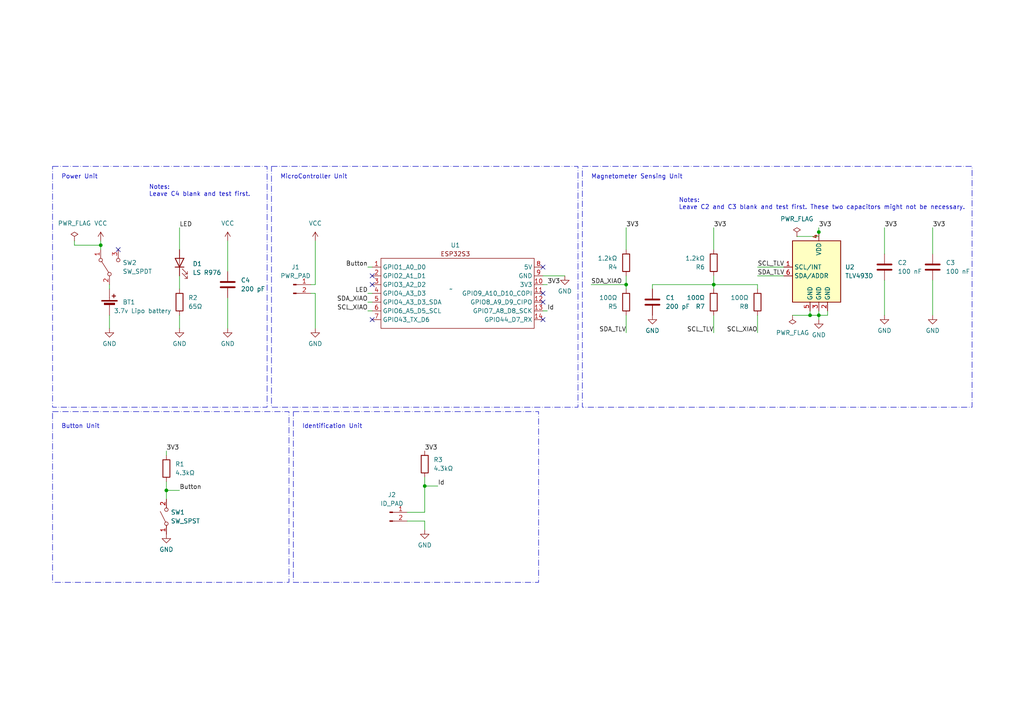
<source format=kicad_sch>
(kicad_sch (version 20230121) (generator eeschema)
  (paper "A4")
  (title_block (title "MagDocker Tangible Input Device") (date "2024-01-27") (rev "V1.0") (company "Leo Peng") (comment 1 "processes the data on ESP32S3 and sends it to computer via BLE communication") (comment 2 "which reads 3-axis magnetic field information via TLV493D,") (comment 3 "This is the PCB of the sensing device of MagDocker, ") (comment 4 " "))
  (lib_symbols
    (symbol "Connector:Conn_01x02_Pin" (pin_names (offset 1.016) hide)
      (property "Reference" "J" (at 0 2.54 0))
      (property "Value" "Conn_01x02_Pin" (at 0 -5.08 0))
      (symbol "Conn_01x02_Pin_1_1"
        (polyline (pts (xy 1.27 -2.54) (xy 0.8636 -2.54)) (stroke (width 0.1524)))
        (polyline (pts (xy 1.27 0) (xy 0.8636 0)) (stroke (width 0.1524)))
        (rectangle (start 0.8636 -2.413) (end 0 -2.667) (stroke (width 0.1524)) (fill (type outline)))
        (rectangle (start 0.8636 0.127) (end 0 -0.127) (stroke (width 0.1524)) (fill (type outline)))
        (pin passive line (at 5.08 0 180) (length 3.81) (name "Pin_1") (number "1"))
        (pin passive line (at 5.08 -2.54 180) (length 3.81) (name "Pin_2") (number "2"))
      )
    )
    (symbol "Device:Battery_Cell" (pin_numbers hide) (pin_names (offset 0) hide)
      (property "Reference" "BT" (at 2.54 2.54 0))
      (property "Value" "Battery_Cell" (at 2.54 0 0))
      (symbol "Battery_Cell_0_1"
        (rectangle (start -2.286 1.778) (end 2.286 1.524) (fill (type outline)))
        (rectangle (start -1.524 1.016) (end 1.524 0.508) (fill (type outline)))
        (polyline (pts (xy 0 0.762) (xy 0 0)))
        (polyline (pts (xy 0 1.778) (xy 0 2.54)))
        (polyline (pts (xy 0.762 3.048) (xy 1.778 3.048)) (stroke (width 0.254)))
        (polyline (pts (xy 1.27 3.556) (xy 1.27 2.54)) (stroke (width 0.254)))
      )
      (symbol "Battery_Cell_1_1"
        (pin passive line (at 0 5.08 270) (length 2.54) (name "+") (number "1"))
        (pin passive line (at 0 -2.54 90) (length 2.54) (name "-") (number "2"))
      )
    )
    (symbol "Device:C" (pin_numbers hide) (pin_names (offset 0.254))
      (property "Reference" "C" (at 0.635 2.54 0))
      (property "Value" "C" (at 0.635 -2.54 0))
      (symbol "C_0_1"
        (polyline (pts (xy -2.032 -0.762) (xy 2.032 -0.762)) (stroke (width 0.508)))
        (polyline (pts (xy -2.032 0.762) (xy 2.032 0.762)) (stroke (width 0.508)))
      )
      (symbol "C_1_1"
        (pin passive line (at 0 3.81 270) (length 2.794) (name "~") (number "1"))
        (pin passive line (at 0 -3.81 90) (length 2.794) (name "~") (number "2"))
      )
    )
    (symbol "Device:LED" (pin_numbers hide) (pin_names (offset 1.016) hide)
      (property "Reference" "D" (at 0 2.54 0))
      (property "Value" "LED" (at 0 -2.54 0))
      (symbol "LED_0_1"
        (polyline (pts (xy -1.27 -1.27) (xy -1.27 1.27)) (stroke (width 0.254)))
        (polyline (pts (xy -1.27 0) (xy 1.27 0)))
        (polyline (pts (xy 1.27 -1.27) (xy 1.27 1.27) (xy -1.27 0) (xy 1.27 -1.27)) (stroke (width 0.254)))
        (polyline (pts (xy -3.048 -0.762) (xy -4.572 -2.286) (xy -3.81 -2.286) (xy -4.572 -2.286) (xy -4.572 -1.524)))
        (polyline (pts (xy -1.778 -0.762) (xy -3.302 -2.286) (xy -2.54 -2.286) (xy -3.302 -2.286) (xy -3.302 -1.524)))
      )
      (symbol "LED_1_1"
        (pin passive line (at -3.81 0 0) (length 2.54) (name "K") (number "1"))
        (pin passive line (at 3.81 0 180) (length 2.54) (name "A") (number "2"))
      )
    )
    (symbol "Device:R" (pin_numbers hide) (pin_names (offset 0))
      (property "Reference" "R" (at 2.032 0 90))
      (property "Value" "R" (at 0 0 90))
      (symbol "R_0_1"
        (rectangle (start -1.016 -2.54) (end 1.016 2.54) (stroke (width 0.254)))
      )
      (symbol "R_1_1"
        (pin passive line (at 0 3.81 270) (length 1.27) (name "~") (number "1"))
        (pin passive line (at 0 -3.81 90) (length 1.27) (name "~") (number "2"))
      )
    )
    (symbol "Sensor_Magnetic:TLV493D"
      (property "Reference" "U" (at -6.35 11.43 0))
      (property "Value" "TLV493D" (at 5.08 11.43 0))
      (symbol "TLV493D_0_1"
        (rectangle (start -7.62 10.16) (end 6.35 -7.62) (stroke (width 0.254)) (fill (type background)))
      )
      (symbol "TLV493D_1_1"
        (pin bidirectional line (at -10.16 2.54 0) (length 2.54) (name "SCL/INT") (number "1"))
        (pin power_in line (at 2.54 -10.16 90) (length 2.54) (name "GND") (number "2"))
        (pin power_in line (at 0 -10.16 90) (length 2.54) (name "GND") (number "3"))
        (pin power_in line (at 0 12.7 270) (length 2.54) (name "VDD") (number "4"))
        (pin power_in line (at -2.54 -10.16 90) (length 2.54) (name "GND") (number "5"))
        (pin bidirectional line (at -10.16 0 0) (length 2.54) (name "SDA/ADDR") (number "6"))
      )
    )
    (symbol "Switch:SW_SPDT" (pin_names (offset 0) hide)
      (property "Reference" "SW" (at 0 4.318 0))
      (property "Value" "SW_SPDT" (at 0 -5.08 0))
      (symbol "SW_SPDT_0_0"
        (circle (center -2.032 0) (radius 0.508))
        (circle (center 2.032 -2.54) (radius 0.508))
      )
      (symbol "SW_SPDT_0_1"
        (polyline (pts (xy -1.524 0.254) (xy 1.651 2.286)))
        (circle (center 2.032 2.54) (radius 0.508))
      )
      (symbol "SW_SPDT_1_1"
        (pin passive line (at 5.08 2.54 180) (length 2.54) (name "A") (number "1"))
        (pin passive line (at -5.08 0 0) (length 2.54) (name "B") (number "2"))
        (pin passive line (at 5.08 -2.54 180) (length 2.54) (name "C") (number "3"))
      )
    )
    (symbol "Switch:SW_SPST" (pin_names (offset 0) hide)
      (property "Reference" "SW" (at 0 3.175 0))
      (property "Value" "SW_SPST" (at 0 -2.54 0))
      (symbol "SW_SPST_0_0"
        (circle (center -2.032 0) (radius 0.508))
        (polyline (pts (xy -1.524 0.254) (xy 1.524 1.778)))
        (circle (center 2.032 0) (radius 0.508))
      )
      (symbol "SW_SPST_1_1"
        (pin passive line (at -5.08 0 0) (length 2.54) (name "A") (number "1"))
        (pin passive line (at 5.08 0 180) (length 2.54) (name "B") (number "2"))
      )
    )
    (symbol "XIAO:XIAO_ESP32_SENSE"
      (property "Reference" "U" (at 0 0 0))
      (symbol "XIAO_ESP32_SENSE_0_1"
        (polyline (pts (xy -20.32 8.89) (xy -20.32 -11.43) (xy 24.13 -11.43) (xy 24.13 8.89) (xy -20.32 8.89)))
      )
      (symbol "XIAO_ESP32_SENSE_1_1"
        (text "ESP32S3" (at 1.27 10.16 0) (effects (font (size 1.27 1.27))))
        (pin bidirectional line (at -22.86 6.35 0) (length 2.54) (name "GPIO1_A0_D0") (number "1"))
        (pin bidirectional line (at 26.67 1.27 180) (length 2.54) (name "3V3") (number "10"))
        (pin bidirectional line (at 26.67 -1.27 180) (length 2.54) (name "GPIO9_A10_D10_COPI") (number "11"))
        (pin bidirectional line (at 26.67 -3.81 180) (length 2.54) (name "GPIO8_A9_D9_CIPO") (number "12"))
        (pin bidirectional line (at 26.67 -6.35 180) (length 2.54) (name "GPIO7_A8_D8_SCK") (number "13"))
        (pin bidirectional line (at 26.67 -8.89 180) (length 2.54) (name "GPIO44_D7_RX") (number "14"))
        (pin bidirectional line (at -22.86 3.81 0) (length 2.54) (name "GPIO2_A1_D1") (number "2"))
        (pin bidirectional line (at -22.86 1.27 0) (length 2.54) (name "GPIO3_A2_D2") (number "3"))
        (pin bidirectional line (at -22.86 -1.27 0) (length 2.54) (name "GPIO4_A3_D3") (number "4"))
        (pin bidirectional line (at -22.86 -3.81 0) (length 2.54) (name "GPIO4_A3_D3_SDA") (number "5"))
        (pin bidirectional line (at -22.86 -6.35 0) (length 2.54) (name "GPIO6_A5_D5_SCL") (number "6"))
        (pin bidirectional line (at -22.86 -8.89 0) (length 2.54) (name "GPIO43_TX_D6") (number "7"))
        (pin bidirectional line (at 26.67 6.35 180) (length 2.54) (name "5V") (number "8"))
        (pin bidirectional line (at 26.67 3.81 180) (length 2.54) (name "GND") (number "9"))
      )
    )
    (symbol "power:GND" (power) (pin_names (offset 0))
      (property "Value" "GND" (at 0 -3.81 0))
      (symbol "GND_0_1"
        (polyline (pts (xy 0 0) (xy 0 -1.27) (xy 1.27 -1.27) (xy 0 -2.54) (xy -1.27 -1.27) (xy 0 -1.27)))
      )
      (symbol "GND_1_1"
        (pin power_in line (at 0 0 270) (length 0) hide (name "GND") (number "1"))
      )
    )
    (symbol "power:PWR_FLAG" (power) (pin_numbers hide) (pin_names (offset 0) hide)
      (property "Value" "PWR_FLAG" (at 0 3.81 0))
      (symbol "PWR_FLAG_0_0"
        (pin power_out line (at 0 0 90) (length 0) (name "pwr") (number "1"))
      )
      (symbol "PWR_FLAG_0_1"
        (polyline (pts (xy 0 0) (xy 0 1.27) (xy -1.016 1.905) (xy 0 2.54) (xy 1.016 1.905) (xy 0 1.27)))
      )
    )
    (symbol "power:VCC" (power) (pin_names (offset 0))
      (property "Value" "VCC" (at 0 3.81 0))
      (symbol "VCC_0_1"
        (polyline (pts (xy -0.762 1.27) (xy 0 2.54)))
        (polyline (pts (xy 0 0) (xy 0 2.54)))
        (polyline (pts (xy 0 2.54) (xy 0.762 1.27)))
      )
      (symbol "VCC_1_1"
        (pin power_in line (at 0 0 90) (length 0) hide (name "VCC") (number "1"))
      )
    )
  )
  (junction (at 123.19 140.97))
  (junction (at 234.95 91.44))
  (junction (at 237.49 67.31))
  (junction (at 29.21 71.12))
  (junction (at 207.01 82.55))
  (junction (at 48.26 142.24))
  (junction (at 237.49 91.44))
  (junction (at 181.61 82.55))
  (no_connect (at 157.48 85.09))
  (no_connect (at 34.29 72.39))
  (no_connect (at 157.48 87.63))
  (no_connect (at 107.95 80.01))
  (no_connect (at 107.95 82.55))
  (no_connect (at 157.48 92.71))
  (no_connect (at 157.48 77.47))
  (no_connect (at 107.95 92.71))
  (wire (pts (xy 123.19 140.97) (xy 123.19 148.59)))
  (wire (pts (xy 229.87 91.44) (xy 234.95 91.44)))
  (wire (pts (xy 240.03 91.44) (xy 240.03 90.17)))
  (wire (pts (xy 66.04 86.36) (xy 66.04 95.25)))
  (wire (pts (xy 91.44 69.85) (xy 91.44 82.55)))
  (wire (pts (xy 237.49 67.31) (xy 237.49 68.58)))
  (wire (pts (xy 118.11 151.13) (xy 123.19 151.13)))
  (wire (pts (xy 157.48 80.01) (xy 163.83 80.01)))
  (wire (pts (xy 219.71 80.01) (xy 227.33 80.01)))
  (wire (pts (xy 21.59 71.12) (xy 21.59 69.85)))
  (wire (pts (xy 29.21 71.12) (xy 21.59 71.12)))
  (wire (pts (xy 219.71 77.47) (xy 227.33 77.47)))
  (wire (pts (xy 181.61 96.52) (xy 181.61 91.44)))
  (wire (pts (xy 189.23 82.55) (xy 207.01 82.55)))
  (wire (pts (xy 48.26 142.24) (xy 52.07 142.24)))
  (wire (pts (xy 31.75 82.55) (xy 31.75 83.82)))
  (wire (pts (xy 31.75 91.44) (xy 31.75 95.25)))
  (wire (pts (xy 48.26 130.81) (xy 48.26 132.08)))
  (wire (pts (xy 123.19 151.13) (xy 123.19 153.67)))
  (wire (pts (xy 48.26 142.24) (xy 48.26 144.78)))
  (wire (pts (xy 29.21 69.85) (xy 29.21 71.12)))
  (wire (pts (xy 171.45 82.55) (xy 181.61 82.55)))
  (wire (pts (xy 237.49 92.71) (xy 237.49 91.44)))
  (wire (pts (xy 106.68 85.09) (xy 107.95 85.09)))
  (wire (pts (xy 123.19 140.97) (xy 127 140.97)))
  (wire (pts (xy 207.01 80.01) (xy 207.01 82.55)))
  (wire (pts (xy 270.51 81.28) (xy 270.51 91.44)))
  (wire (pts (xy 219.71 82.55) (xy 219.71 83.82)))
  (wire (pts (xy 48.26 139.7) (xy 48.26 142.24)))
  (wire (pts (xy 118.11 148.59) (xy 123.19 148.59)))
  (wire (pts (xy 181.61 83.82) (xy 181.61 82.55)))
  (wire (pts (xy 207.01 96.52) (xy 207.01 91.44)))
  (wire (pts (xy 231.14 68.58) (xy 237.49 68.58)))
  (wire (pts (xy 207.01 82.55) (xy 219.71 82.55)))
  (wire (pts (xy 237.49 66.04) (xy 237.49 67.31)))
  (wire (pts (xy 256.54 66.04) (xy 256.54 73.66)))
  (wire (pts (xy 157.48 90.17) (xy 158.75 90.17)))
  (wire (pts (xy 237.49 91.44) (xy 240.03 91.44)))
  (wire (pts (xy 207.01 72.39) (xy 207.01 66.04)))
  (wire (pts (xy 106.68 90.17) (xy 107.95 90.17)))
  (wire (pts (xy 52.07 66.04) (xy 52.07 72.39)))
  (wire (pts (xy 91.44 85.09) (xy 91.44 95.25)))
  (wire (pts (xy 90.17 82.55) (xy 91.44 82.55)))
  (wire (pts (xy 270.51 66.04) (xy 270.51 73.66)))
  (wire (pts (xy 219.71 91.44) (xy 219.71 96.52)))
  (wire (pts (xy 181.61 72.39) (xy 181.61 66.04)))
  (wire (pts (xy 52.07 80.01) (xy 52.07 83.82)))
  (wire (pts (xy 29.21 71.12) (xy 29.21 72.39)))
  (wire (pts (xy 189.23 83.82) (xy 189.23 82.55)))
  (wire (pts (xy 66.04 69.85) (xy 66.04 78.74)))
  (wire (pts (xy 106.68 77.47) (xy 107.95 77.47)))
  (wire (pts (xy 237.49 91.44) (xy 237.49 90.17)))
  (wire (pts (xy 207.01 82.55) (xy 207.01 83.82)))
  (wire (pts (xy 256.54 81.28) (xy 256.54 91.44)))
  (wire (pts (xy 234.95 91.44) (xy 237.49 91.44)))
  (wire (pts (xy 234.95 90.17) (xy 234.95 91.44)))
  (wire (pts (xy 157.48 82.55) (xy 158.75 82.55)))
  (wire (pts (xy 106.68 87.63) (xy 107.95 87.63)))
  (wire (pts (xy 181.61 82.55) (xy 181.61 80.01)))
  (wire (pts (xy 123.19 138.43) (xy 123.19 140.97)))
  (wire (pts (xy 52.07 91.44) (xy 52.07 95.25)))
  (wire (pts (xy 90.17 85.09) (xy 91.44 85.09)))
  (rectangle (start 15.24 119.38) (end 83.82 168.91) (stroke (width 0) (type dash_dot)))
  (rectangle (start 15.24 48.26) (end 77.47 118.11) (stroke (width 0) (type dash_dot)))
  (rectangle (start 78.74 48.26) (end 167.64 118.11) (stroke (width 0) (type dash_dot)))
  (rectangle (start 85.09 119.38) (end 156.21 168.91) (stroke (width 0) (type dash_dot)))
  (rectangle (start 168.91 48.26) (end 281.94 118.11) (stroke (width 0) (type dash_dot)))
  (text "Notes:\nLeave C4 blank and test first.\n" (at 43.18 57.15 0) (effects (font (size 1.27 1.27)) (justify left bottom)))
  (text "Notes:\nLeave C2 and C3 blank and test first. These two capacitors might not be necessary." (at 196.85 60.96 0) (effects (font (size 1.27 1.27)) (justify left bottom)))
  (text "Power Unit\n" (at 17.78 52.07 0) (effects (font (size 1.27 1.27)) (justify left bottom)))
  (text "MicroController Unit\n" (at 81.28 52.07 0) (effects (font (size 1.27 1.27)) (justify left bottom)))
  (text "Magnetometer Sensing Unit\n" (at 171.45 52.07 0) (effects (font (size 1.27 1.27)) (justify left bottom)))
  (text "Button Unit\n" (at 17.78 124.46 0) (effects (font (size 1.27 1.27)) (justify left bottom)))
  (text "Identification Unit" (at 87.63 124.46 0) (effects (font (size 1.27 1.27)) (justify left bottom)))
  (label "3V3" (at 48.26 130.81 0))
  (label "Id" (at 127 140.97 0))
  (label "SDA_XIAO" (at 171.45 82.55 0))
  (label "SDA_TLV" (at 219.71 80.01 0))
  (label "Id" (at 158.75 90.17 0))
  (label "SCL_XIAO" (at 219.71 96.52 180))
  (label "3V3" (at 270.51 66.04 0))
  (label "LED" (at 106.68 85.09 180))
  (label "SCL_XIAO" (at 106.68 90.17 180))
  (label "Button" (at 106.68 77.47 180))
  (label "3V3" (at 256.54 66.04 0))
  (label "SDA_TLV" (at 181.61 96.52 180))
  (label "Button" (at 52.07 142.24 0))
  (label "3V3" (at 237.49 66.04 0))
  (label "SCL_TLV" (at 219.71 77.47 0))
  (label "3V3" (at 181.61 66.04 0))
  (label "3V3" (at 123.19 130.81 0))
  (label "SCL_TLV" (at 207.01 96.52 180))
  (label "3V3" (at 207.01 66.04 0))
  (label "3V3" (at 158.75 82.55 0))
  (label "LED" (at 52.07 66.04 0))
  (label "SDA_XIAO" (at 106.68 87.63 180))
  (symbol (lib_id "Device:LED") (at 52.07 76.2 90) (unit 1)
    (property "Reference" "D1" (at 55.88 76.5175 90) (effects (justify right)))
    (property "Value" "LS R976" (at 55.88 79.0575 90) (effects (justify right)))
    (property "Footprint" "LED_SMD:LED_0805_2012Metric_Pad1.15x1.40mm_HandSolder" (effects hide))
  )
  (symbol (lib_id "Connector:Conn_01x02_Pin") (at 85.09 82.55 0) (unit 1)
    (property "Reference" "J1" (at 85.725 77.47 0))
    (property "Value" "PWR_PAD" (at 85.725 80.01 0))
    (property "Footprint" "Connector_JST:JST_NV_B02P-NV_1x02_P5.00mm_Vertical" (effects hide))
  )
  (symbol (lib_id "Device:C") (at 189.23 87.63 0) (unit 1)
    (property "Reference" "C1" (at 193.04 86.36 0) (effects (justify left)))
    (property "Value" "200 pF" (at 193.04 88.9 0) (effects (justify left)))
    (property "Footprint" "Capacitor_SMD:C_0805_2012Metric_Pad1.18x1.45mm_HandSolder" (effects hide))
  )
  (symbol (lib_id "power:PWR_FLAG") (at 21.59 69.85 0) (unit 1)
    (property "Reference" "#FLG01" (effects hide))
    (property "Value" "PWR_FLAG" (at 21.59 64.77 0))
  )
  (symbol (lib_id "power:GND") (at 48.26 154.94 0) (unit 1)
    (property "Reference" "#PWR03" (effects hide))
    (property "Value" "GND" (at 48.26 159.385 0))
  )
  (symbol (lib_id "power:PWR_FLAG") (at 231.14 68.58 0) (unit 1)
    (property "Reference" "#FLG02" (effects hide))
    (property "Value" "PWR_FLAG" (at 231.14 63.5 0))
  )
  (symbol (lib_id "power:GND") (at 91.44 95.25 0) (unit 1)
    (property "Reference" "#PWR09" (effects hide))
    (property "Value" "GND" (at 91.44 99.695 0))
  )
  (symbol (lib_id "Device:R") (at 219.71 87.63 180) (unit 1)
    (property "Reference" "R8" (at 217.17 88.9 0) (effects (justify left)))
    (property "Value" "100Ω" (at 217.17 86.36 0) (effects (justify left)))
    (property "Footprint" "Resistor_SMD:R_0805_2012Metric_Pad1.20x1.40mm_HandSolder" (effects hide))
  )
  (symbol (lib_id "Device:C") (at 66.04 82.55 0) (unit 1)
    (property "Reference" "C4" (at 69.85 81.28 0) (effects (justify left)))
    (property "Value" "200 pF" (at 69.85 83.82 0) (effects (justify left)))
    (property "Footprint" "Capacitor_SMD:C_0805_2012Metric_Pad1.18x1.45mm_HandSolder" (effects hide))
  )
  (symbol (lib_id "power:GND") (at 256.54 91.44 0) (unit 1)
    (property "Reference" "#PWR014" (effects hide))
    (property "Value" "GND" (at 256.54 95.885 0))
  )
  (symbol (lib_id "power:PWR_FLAG") (at 229.87 91.44 180) (unit 1)
    (property "Reference" "#FLG03" (effects hide))
    (property "Value" "PWR_FLAG" (at 229.87 96.52 0))
  )
  (symbol (lib_id "Device:R") (at 181.61 76.2 180) (unit 1)
    (property "Reference" "R4" (at 179.07 77.47 0) (effects (justify left)))
    (property "Value" "1.2kΩ" (at 179.07 74.93 0) (effects (justify left)))
    (property "Footprint" "Resistor_SMD:R_0805_2012Metric_Pad1.20x1.40mm_HandSolder" (effects hide))
  )
  (symbol (lib_id "power:GND") (at 31.75 95.25 0) (unit 1)
    (property "Reference" "#PWR02" (effects hide))
    (property "Value" "GND" (at 31.75 99.695 0))
  )
  (symbol (lib_id "Device:R") (at 207.01 87.63 180) (unit 1)
    (property "Reference" "R7" (at 204.47 88.9 0) (effects (justify left)))
    (property "Value" "100Ω" (at 204.47 86.36 0) (effects (justify left)))
    (property "Footprint" "Resistor_SMD:R_0805_2012Metric_Pad1.20x1.40mm_HandSolder" (effects hide))
  )
  (symbol (lib_id "power:VCC") (at 66.04 69.85 0) (unit 1)
    (property "Reference" "#PWR04" (effects hide))
    (property "Value" "VCC" (at 66.04 64.77 0))
  )
  (symbol (lib_id "power:GND") (at 189.23 91.44 0) (unit 1)
    (property "Reference" "#PWR012" (effects hide))
    (property "Value" "GND" (at 189.23 95.885 0))
  )
  (symbol (lib_id "power:GND") (at 237.49 92.71 0) (unit 1)
    (property "Reference" "#PWR013" (effects hide))
    (property "Value" "GND" (at 237.49 97.155 0))
  )
  (symbol (lib_id "Device:C") (at 256.54 77.47 0) (unit 1)
    (property "Reference" "C2" (at 260.35 76.2 0) (effects (justify left)))
    (property "Value" "100 nF" (at 260.35 78.74 0) (effects (justify left)))
    (property "Footprint" "Capacitor_SMD:C_0805_2012Metric_Pad1.18x1.45mm_HandSolder" (effects hide))
  )
  (symbol (lib_id "Switch:SW_SPST") (at 48.26 149.86 90) (unit 1)
    (property "Reference" "SW1" (at 49.53 148.59 90) (effects (justify right)))
    (property "Value" "SW_SPST" (at 49.53 151.13 90) (effects (justify right)))
    (property "Footprint" "Button_Switch_THT:SW_PUSH-12mm" (effects hide))
  )
  (symbol (lib_id "Device:Battery_Cell") (at 31.75 88.9 0) (unit 1)
    (property "Reference" "BT1" (at 35.56 87.63 0) (effects (justify left)))
    (property "Value" "3.7v Lipo battery" (at 33.02 90.17 0) (effects (justify left)))
    (property "Footprint" "Connector_JST:JST_ZE_SM02B-ZESS-TB_1x02-1MP_P1.50mm_Horizontal" (effects hide))
  )
  (symbol (lib_id "XIAO:XIAO_ESP32_SENSE") (at 130.81 83.82 0) (unit 1)
    (property "Reference" "U1" (at 132.08 71.12 0))
    (property "Value" "~" (at 130.81 83.82 0))
    (property "Footprint" "XIAO ESP32 THT:XIAO_ESP32_SENSE" (effects hide))
  )
  (symbol (lib_id "power:GND") (at 66.04 95.25 0) (unit 1)
    (property "Reference" "#PWR06" (effects hide))
    (property "Value" "GND" (at 66.04 99.695 0))
  )
  (symbol (lib_id "power:GND") (at 270.51 91.44 0) (unit 1)
    (property "Reference" "#PWR015" (effects hide))
    (property "Value" "GND" (at 270.51 95.885 0))
  )
  (symbol (lib_id "Device:R") (at 48.26 135.89 180) (unit 1)
    (property "Reference" "R1" (at 50.8 134.62 0) (effects (justify right)))
    (property "Value" "4.3kΩ" (at 50.8 137.16 0) (effects (justify right)))
    (property "Footprint" "Resistor_SMD:R_0805_2012Metric_Pad1.20x1.40mm_HandSolder" (effects hide))
  )
  (symbol (lib_id "power:GND") (at 123.19 153.67 0) (unit 1)
    (property "Reference" "#PWR010" (effects hide))
    (property "Value" "GND" (at 123.19 158.115 0))
  )
  (symbol (lib_id "Device:R") (at 123.19 134.62 180) (unit 1)
    (property "Reference" "R3" (at 125.73 133.35 0) (effects (justify right)))
    (property "Value" "4.3kΩ" (at 125.73 135.89 0) (effects (justify right)))
    (property "Footprint" "Resistor_SMD:R_0805_2012Metric_Pad1.20x1.40mm_HandSolder" (effects hide))
  )
  (symbol (lib_id "power:GND") (at 52.07 95.25 0) (unit 1)
    (property "Reference" "#PWR05" (effects hide))
    (property "Value" "GND" (at 52.07 99.695 0))
  )
  (symbol (lib_id "Device:R") (at 52.07 87.63 0) (unit 1)
    (property "Reference" "R2" (at 54.61 86.36 0) (effects (justify left)))
    (property "Value" "65Ω" (at 54.61 88.9 0) (effects (justify left)))
    (property "Footprint" "Resistor_SMD:R_0805_2012Metric_Pad1.20x1.40mm_HandSolder" (effects hide))
  )
  (symbol (lib_id "Connector:Conn_01x02_Pin") (at 113.03 148.59 0) (unit 1)
    (property "Reference" "J2" (at 113.665 143.51 0))
    (property "Value" "ID_PAD" (at 113.665 146.05 0))
    (property "Footprint" "Screw_connector:40mm_rectangle_M3" (effects hide))
  )
  (symbol (lib_id "Device:R") (at 181.61 87.63 180) (unit 1)
    (property "Reference" "R5" (at 179.07 88.9 0) (effects (justify left)))
    (property "Value" "100Ω" (at 179.07 86.36 0) (effects (justify left)))
    (property "Footprint" "Resistor_SMD:R_0805_2012Metric_Pad1.20x1.40mm_HandSolder" (effects hide))
  )
  (symbol (lib_id "power:VCC") (at 91.44 69.85 0) (unit 1)
    (property "Reference" "#PWR08" (effects hide))
    (property "Value" "VCC" (at 91.44 64.77 0))
  )
  (symbol (lib_id "Device:C") (at 270.51 77.47 0) (unit 1)
    (property "Reference" "C3" (at 274.32 76.2 0) (effects (justify left)))
    (property "Value" "100 nF" (at 274.32 78.74 0) (effects (justify left)))
    (property "Footprint" "Capacitor_SMD:C_0805_2012Metric_Pad1.18x1.45mm_HandSolder" (effects hide))
  )
  (symbol (lib_id "Device:R") (at 207.01 76.2 180) (unit 1)
    (property "Reference" "R6" (at 204.47 77.47 0) (effects (justify left)))
    (property "Value" "1.2kΩ" (at 204.47 74.93 0) (effects (justify left)))
    (property "Footprint" "Resistor_SMD:R_0805_2012Metric_Pad1.20x1.40mm_HandSolder" (effects hide))
  )
  (symbol (lib_id "power:VCC") (at 29.21 69.85 0) (unit 1)
    (property "Reference" "#PWR01" (effects hide))
    (property "Value" "VCC" (at 29.21 64.77 0))
  )
  (symbol (lib_id "Sensor_Magnetic:TLV493D") (at 237.49 80.01 0) (unit 1)
    (property "Reference" "U2" (at 245.11 77.47 0) (effects (justify left)))
    (property "Value" "TLV493D" (at 245.11 80.01 0) (effects (justify left)))
    (property "Footprint" "Package_TO_SOT_SMD:SOT-23-6" (effects hide))
    (property "Datasheet" "http://www.infineon.com/dgdl/Infineon-TLV493D-A1B6-DS-v01_00-EN.pdf?fileId=5546d462525dbac40152a6b85c760e80" (effects hide))
  )
  (symbol (lib_id "power:GND") (at 163.83 80.01 0) (unit 1)
    (property "Reference" "#PWR011" (effects hide))
    (property "Value" "GND" (at 163.83 84.455 0))
  )
  (symbol (lib_id "Switch:SW_SPDT") (at 31.75 77.47 90) (unit 1)
    (property "Reference" "SW2" (at 35.56 76.2 90) (effects (justify right)))
    (property "Value" "SW_SPDT" (at 35.56 78.74 90) (effects (justify right)))
    (property "Footprint" "Button_Switch_THT:SWITCH_THT_SPDT_11MA1QS1" (effects hide))
  )
)
</source>
